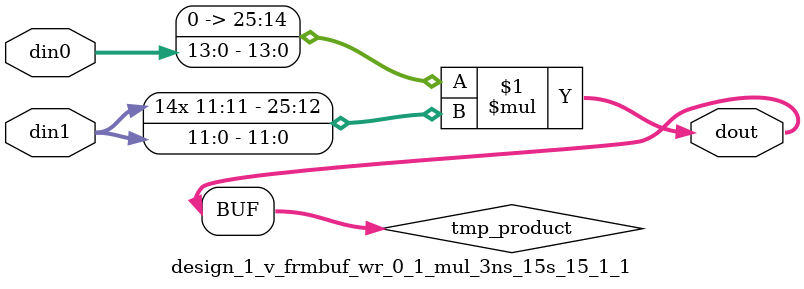
<source format=v>

`timescale 1 ns / 1 ps

  module design_1_v_frmbuf_wr_0_1_mul_3ns_15s_15_1_1(din0, din1, dout);
parameter ID = 1;
parameter NUM_STAGE = 0;
parameter din0_WIDTH = 14;
parameter din1_WIDTH = 12;
parameter dout_WIDTH = 26;

input [din0_WIDTH - 1 : 0] din0; 
input [din1_WIDTH - 1 : 0] din1; 
output [dout_WIDTH - 1 : 0] dout;

wire signed [dout_WIDTH - 1 : 0] tmp_product;











assign tmp_product = $signed({1'b0, din0}) * $signed(din1);










assign dout = tmp_product;







endmodule

</source>
